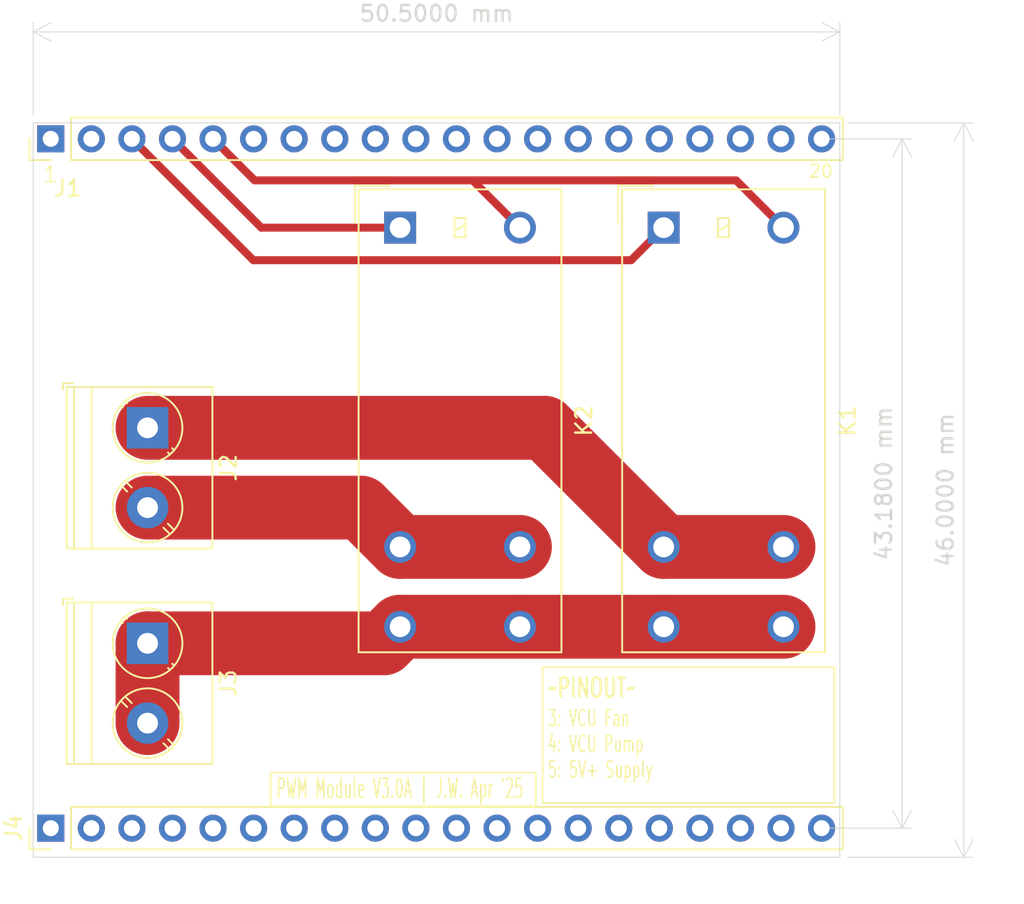
<source format=kicad_pcb>
(kicad_pcb (version 20240108) (generator "pcbnew") (generator_version "8.0")
  (layers (0 "F.Cu" signal) (31 "B.Cu" signal) (34 "B.Paste" user) (35 "F.Paste" user) (36 "B.SilkS" user "B.Silkscreen") (37 "F.SilkS" user "F.Silkscreen") (38 "B.Mask" user) (39 "F.Mask" user) (44 "Edge.Cuts" user))
  (net 0 "")
  (net 1 "Net-(J2-Pin_2)")
  (net 12 "Net-(J1-Pad4)")
  (net 15 "Net-(J2-Pin_1)")
  (net 21 "Net-(J1-Pad3)")
  (net 22 "Net-(J3-Pin_1)")
  (net 43 "Net-(J1-Pad5)")
  (footprint "Connector_PinHeader_2.54mm:PinHeader_1x20_P2.54mm_Vertical" (layer "F.Cu") (at 152.44 25.4 90)
    (property "Reference" "J1" (at -3.1 1.06 180) (layer "F.SilkS"))
    (property "Value" "PH1-20-UA")
    (fp_line (start -1.33 -1.33) (end 0 -1.33) (stroke (width 0.12)) (layer "F.SilkS"))
    (fp_line (start -1.33 0) (end -1.33 -1.33) (stroke (width 0.12)) (layer "F.SilkS"))
    (fp_line (start 1.33 1.27) (end 1.33 49.59) (stroke (width 0.12)) (layer "F.SilkS"))
    (fp_line (start -1.33 1.27) (end 1.33 1.27) (stroke (width 0.12)) (layer "F.SilkS"))
    (fp_line (start -1.33 1.27) (end -1.33 49.59) (stroke (width 0.12)) (layer "F.SilkS"))
    (fp_line (start -1.33 49.59) (end 1.33 49.59) (stroke (width 0.12)) (layer "F.SilkS"))
    (pad "1" thru_hole rect (at 0 0 90) (size 1.7 1.7) (drill 1) (layers "*.Cu" "*.Mask"))
    (pad "2" thru_hole oval (at 0 2.54 90) (size 1.7 1.7) (drill 1) (layers "*.Cu" "*.Mask"))
    (pad "3" thru_hole oval (at 0 5.08 90) (size 1.7 1.7) (drill 1) (layers "*.Cu" "*.Mask") (net 21 "Net-(J1-Pad3)"))
    (pad "4" thru_hole oval (at 0 7.62 90) (size 1.7 1.7) (drill 1) (layers "*.Cu" "*.Mask") (net 12 "Net-(J1-Pad4)"))
    (pad "5" thru_hole oval (at 0 10.16 90) (size 1.7 1.7) (drill 1) (layers "*.Cu" "*.Mask") (net 43 "Net-(J1-Pad5)"))
    (pad "6" thru_hole oval (at 0 12.7 90) (size 1.7 1.7) (drill 1) (layers "*.Cu" "*.Mask"))
    (pad "7" thru_hole oval (at 0 15.24 90) (size 1.7 1.7) (drill 1) (layers "*.Cu" "*.Mask"))
    (pad "8" thru_hole oval (at 0 17.78 90) (size 1.7 1.7) (drill 1) (layers "*.Cu" "*.Mask"))
    (pad "9" thru_hole oval (at 0 20.32 90) (size 1.7 1.7) (drill 1) (layers "*.Cu" "*.Mask"))
    (pad "10" thru_hole oval (at 0 22.86 90) (size 1.7 1.7) (drill 1) (layers "*.Cu" "*.Mask"))
    (pad "11" thru_hole oval (at 0 25.4 90) (size 1.7 1.7) (drill 1) (layers "*.Cu" "*.Mask"))
    (pad "12" thru_hole oval (at 0 27.94 90) (size 1.7 1.7) (drill 1) (layers "*.Cu" "*.Mask"))
    (pad "13" thru_hole oval (at 0 30.48 90) (size 1.7 1.7) (drill 1) (layers "*.Cu" "*.Mask"))
    (pad "14" thru_hole oval (at 0 33.02 90) (size 1.7 1.7) (drill 1) (layers "*.Cu" "*.Mask"))
    (pad "15" thru_hole oval (at 0 35.56 90) (size 1.7 1.7) (drill 1) (layers "*.Cu" "*.Mask"))
    (pad "16" thru_hole oval (at 0 38.1 90) (size 1.7 1.7) (drill 1) (layers "*.Cu" "*.Mask"))
    (pad "17" thru_hole oval (at 0 40.64 90) (size 1.7 1.7) (drill 1) (layers "*.Cu" "*.Mask"))
    (pad "18" thru_hole oval (at 0 43.18 90) (size 1.7 1.7) (drill 1) (layers "*.Cu" "*.Mask"))
    (pad "19" thru_hole oval (at 0 45.72 90) (size 1.7 1.7) (drill 1) (layers "*.Cu" "*.Mask"))
    (pad "20" thru_hole oval (at 0 48.26 90) (size 1.7 1.7) (drill 1) (layers "*.Cu" "*.Mask"))
  )
  (footprint "TerminalBlock_Phoenix:TerminalBlock_Phoenix_PT-1,5-2-5.0-H_1x02_P5.00mm_Horizontal" (layer "F.Cu") (at 158.5 57 -90)
    (property "Reference" "J3" (at 2.5 -5.06 90) (layer "F.SilkS"))
    (property "Value" "Conn_01x02_Pin")
    (fp_line (start -2.8 5.3) (end -2.4 5.3) (stroke (width 0.12)) (layer "F.SilkS"))
    (fp_line (start -2.56 5.06) (end 7.56 5.06) (stroke (width 0.12)) (layer "F.SilkS"))
    (fp_line (start -2.8 4.66) (end -2.8 5.3) (stroke (width 0.12)) (layer "F.SilkS"))
    (fp_line (start -2.56 4.6) (end 7.56 4.6) (stroke (width 0.12)) (layer "F.SilkS"))
    (fp_line (start -2.56 3.5) (end 7.56 3.5) (stroke (width 0.12)) (layer "F.SilkS"))
    (fp_line (start -1.282 1.547) (end -1.388 1.654) (stroke (width 0.12)) (layer "F.SilkS"))
    (fp_line (start -1.548 1.281) (end -1.654 1.388) (stroke (width 0.12)) (layer "F.SilkS"))
    (fp_line (start 3.993 1.274) (end 3.613 1.654) (stroke (width 0.12)) (layer "F.SilkS"))
    (fp_line (start 3.742 0.992) (end 3.347 1.388) (stroke (width 0.12)) (layer "F.SilkS"))
    (fp_line (start 1.654 -1.388) (end 1.547 -1.281) (stroke (width 0.12)) (layer "F.SilkS"))
    (fp_line (start 6.654 -1.388) (end 6.259 -0.992) (stroke (width 0.12)) (layer "F.SilkS"))
    (fp_line (start 1.388 -1.654) (end 1.281 -1.547) (stroke (width 0.12)) (layer "F.SilkS"))
    (fp_line (start 6.388 -1.654) (end 6.008 -1.274) (stroke (width 0.12)) (layer "F.SilkS"))
    (fp_line (start -2.56 -4.06) (end -2.56 5.06) (stroke (width 0.12)) (layer "F.SilkS"))
    (fp_line (start -2.56 -4.06) (end 7.56 -4.06) (stroke (width 0.12)) (layer "F.SilkS"))
    (fp_line (start 7.56 -4.06) (end 7.56 5.06) (stroke (width 0.12)) (layer "F.SilkS"))
    (fp_circle (center 0 0) (end 2.18 0) (stroke (width 0.12)) (fill none) (layer "F.SilkS"))
    (fp_circle (center 5 0) (end 7.18 0) (stroke (width 0.12)) (fill none) (layer "F.SilkS"))
    (pad "1" thru_hole rect (at 0 0 270) (size 2.6 2.6) (drill 1.3) (layers "*.Cu" "*.Mask") (net 22 "Net-(J3-Pin_1)"))
    (pad "2" thru_hole circle (at 5 0 270) (size 2.6 2.6) (drill 1.3) (layers "*.Cu" "*.Mask") (net 22 "Net-(J3-Pin_1)"))
  )
  (footprint "Relay_THT:Relay_SPST_Omron_G2RL-1A-E" (layer "F.Cu") (at 174.3125 30.9625)
    (property "Reference" "K2" (at 11.5 12.1 90) (layer "F.SilkS"))
    (property "Value" "G2RL-1A-E")
    (fp_line (start -2.84 -2.64) (end -0.65 -2.64) (stroke (width 0.12)) (layer "F.SilkS"))
    (fp_line (start -2.84 -0.3) (end -2.84 -2.64) (stroke (width 0.12)) (layer "F.SilkS"))
    (fp_line (start -2.6 -2.4) (end -2.6 26.6) (stroke (width 0.12)) (layer "F.SilkS"))
    (fp_line (start -2.6 26.6) (end 10.1 26.6) (stroke (width 0.12)) (layer "F.SilkS"))
    (fp_line (start 3.4 -0.6) (end 3.4 0.6) (stroke (width 0.12)) (layer "F.SilkS"))
    (fp_line (start 3.4 0.2) (end 4.1 -0.2) (stroke (width 0.12)) (layer "F.SilkS"))
    (fp_line (start 3.4 0.6) (end 4.1 0.6) (stroke (width 0.12)) (layer "F.SilkS"))
    (fp_line (start 4.1 -0.6) (end 3.4 -0.6) (stroke (width 0.12)) (layer "F.SilkS"))
    (fp_line (start 4.1 0.6) (end 4.1 -0.6) (stroke (width 0.12)) (layer "F.SilkS"))
    (fp_line (start 10.1 -2.4) (end -2.6 -2.4) (stroke (width 0.12)) (layer "F.SilkS"))
    (fp_line (start 10.1 26.6) (end 10.1 -2.4) (stroke (width 0.12)) (layer "F.SilkS"))
    (pad "13" thru_hole circle (at 0 20) (size 2 2) (drill 1.3) (layers "*.Cu" "*.Mask") (net 1 "Net-(J2-Pin_2)"))
    (pad "13" thru_hole circle (at 7.5 20) (size 2 2) (drill 1.3) (layers "*.Cu" "*.Mask") (net 1 "Net-(J2-Pin_2)"))
    (pad "14" thru_hole circle (at 0 25) (size 2 2) (drill 1.3) (layers "*.Cu" "*.Mask") (net 22 "Net-(J3-Pin_1)"))
    (pad "14" thru_hole circle (at 7.5 25) (size 2 2) (drill 1.3) (layers "*.Cu" "*.Mask") (net 22 "Net-(J3-Pin_1)"))
    (pad "A1" thru_hole rect (at 0 0) (size 2 2) (drill 1.3) (layers "*.Cu" "*.Mask") (net 12 "Net-(J1-Pad4)"))
    (pad "A2" thru_hole circle (at 7.5 0) (size 2 2) (drill 1.3) (layers "*.Cu" "*.Mask") (net 43 "Net-(J1-Pad5)"))
  )
  (footprint "Connector_PinHeader_2.54mm:PinHeader_1x20_P2.54mm_Vertical" (layer "F.Cu") (at 152.44 68.58 90)
    (property "Reference" "J4" (at 0 -2.33 90) (layer "F.SilkS"))
    (property "Value" "PH1-20-UA")
    (fp_line (start -1.33 -1.33) (end 0 -1.33) (stroke (width 0.12)) (layer "F.SilkS"))
    (fp_line (start -1.33 0) (end -1.33 -1.33) (stroke (width 0.12)) (layer "F.SilkS"))
    (fp_line (start 1.33 1.27) (end 1.33 49.59) (stroke (width 0.12)) (layer "F.SilkS"))
    (fp_line (start -1.33 1.27) (end 1.33 1.27) (stroke (width 0.12)) (layer "F.SilkS"))
    (fp_line (start -1.33 1.27) (end -1.33 49.59) (stroke (width 0.12)) (layer "F.SilkS"))
    (fp_line (start -1.33 49.59) (end 1.33 49.59) (stroke (width 0.12)) (layer "F.SilkS"))
    (pad "1" thru_hole rect (at 0 0 90) (size 1.7 1.7) (drill 1) (layers "*.Cu" "*.Mask"))
    (pad "2" thru_hole oval (at 0 2.54 90) (size 1.7 1.7) (drill 1) (layers "*.Cu" "*.Mask"))
    (pad "3" thru_hole oval (at 0 5.08 90) (size 1.7 1.7) (drill 1) (layers "*.Cu" "*.Mask"))
    (pad "4" thru_hole oval (at 0 7.62 90) (size 1.7 1.7) (drill 1) (layers "*.Cu" "*.Mask"))
    (pad "5" thru_hole oval (at 0 10.16 90) (size 1.7 1.7) (drill 1) (layers "*.Cu" "*.Mask"))
    (pad "6" thru_hole oval (at 0 12.7 90) (size 1.7 1.7) (drill 1) (layers "*.Cu" "*.Mask"))
    (pad "7" thru_hole oval (at 0 15.24 90) (size 1.7 1.7) (drill 1) (layers "*.Cu" "*.Mask"))
    (pad "8" thru_hole oval (at 0 17.78 90) (size 1.7 1.7) (drill 1) (layers "*.Cu" "*.Mask"))
    (pad "9" thru_hole oval (at 0 20.32 90) (size 1.7 1.7) (drill 1) (layers "*.Cu" "*.Mask"))
    (pad "10" thru_hole oval (at 0 22.86 90) (size 1.7 1.7) (drill 1) (layers "*.Cu" "*.Mask"))
    (pad "11" thru_hole oval (at 0 25.4 90) (size 1.7 1.7) (drill 1) (layers "*.Cu" "*.Mask"))
    (pad "12" thru_hole oval (at 0 27.94 90) (size 1.7 1.7) (drill 1) (layers "*.Cu" "*.Mask"))
    (pad "13" thru_hole oval (at 0 30.48 90) (size 1.7 1.7) (drill 1) (layers "*.Cu" "*.Mask"))
    (pad "14" thru_hole oval (at 0 33.02 90) (size 1.7 1.7) (drill 1) (layers "*.Cu" "*.Mask"))
    (pad "15" thru_hole oval (at 0 35.56 90) (size 1.7 1.7) (drill 1) (layers "*.Cu" "*.Mask"))
    (pad "16" thru_hole oval (at 0 38.1 90) (size 1.7 1.7) (drill 1) (layers "*.Cu" "*.Mask"))
    (pad "17" thru_hole oval (at 0 40.64 90) (size 1.7 1.7) (drill 1) (layers "*.Cu" "*.Mask"))
    (pad "18" thru_hole oval (at 0 43.18 90) (size 1.7 1.7) (drill 1) (layers "*.Cu" "*.Mask"))
    (pad "19" thru_hole oval (at 0 45.72 90) (size 1.7 1.7) (drill 1) (layers "*.Cu" "*.Mask"))
    (pad "20" thru_hole oval (at 0 48.26 90) (size 1.7 1.7) (drill 1) (layers "*.Cu" "*.Mask"))
  )
  (footprint "Relay_THT:Relay_SPST_Omron_G2RL-1A-E" (layer "F.Cu") (at 190.8125 30.9625)
    (property "Reference" "K1" (at 11.5 12.1 90) (layer "F.SilkS"))
    (property "Value" "G2RL-1A-E")
    (fp_line (start -2.84 -2.64) (end -0.65 -2.64) (stroke (width 0.12)) (layer "F.SilkS"))
    (fp_line (start -2.84 -0.3) (end -2.84 -2.64) (stroke (width 0.12)) (layer "F.SilkS"))
    (fp_line (start -2.6 -2.4) (end -2.6 26.6) (stroke (width 0.12)) (layer "F.SilkS"))
    (fp_line (start -2.6 26.6) (end 10.1 26.6) (stroke (width 0.12)) (layer "F.SilkS"))
    (fp_line (start 3.4 -0.6) (end 3.4 0.6) (stroke (width 0.12)) (layer "F.SilkS"))
    (fp_line (start 3.4 0.2) (end 4.1 -0.2) (stroke (width 0.12)) (layer "F.SilkS"))
    (fp_line (start 3.4 0.6) (end 4.1 0.6) (stroke (width 0.12)) (layer "F.SilkS"))
    (fp_line (start 4.1 -0.6) (end 3.4 -0.6) (stroke (width 0.12)) (layer "F.SilkS"))
    (fp_line (start 4.1 0.6) (end 4.1 -0.6) (stroke (width 0.12)) (layer "F.SilkS"))
    (fp_line (start 10.1 -2.4) (end -2.6 -2.4) (stroke (width 0.12)) (layer "F.SilkS"))
    (fp_line (start 10.1 26.6) (end 10.1 -2.4) (stroke (width 0.12)) (layer "F.SilkS"))
    (pad "13" thru_hole circle (at 0 20) (size 2 2) (drill 1.3) (layers "*.Cu" "*.Mask") (net 15 "Net-(J2-Pin_1)"))
    (pad "13" thru_hole circle (at 7.5 20) (size 2 2) (drill 1.3) (layers "*.Cu" "*.Mask") (net 15 "Net-(J2-Pin_1)"))
    (pad "14" thru_hole circle (at 0 25) (size 2 2) (drill 1.3) (layers "*.Cu" "*.Mask") (net 22 "Net-(J3-Pin_1)"))
    (pad "14" thru_hole circle (at 7.5 25) (size 2 2) (drill 1.3) (layers "*.Cu" "*.Mask") (net 22 "Net-(J3-Pin_1)"))
    (pad "A1" thru_hole rect (at 0 0) (size 2 2) (drill 1.3) (layers "*.Cu" "*.Mask") (net 21 "Net-(J1-Pad3)"))
    (pad "A2" thru_hole circle (at 7.5 0) (size 2 2) (drill 1.3) (layers "*.Cu" "*.Mask") (net 43 "Net-(J1-Pad5)"))
  )
  (footprint "TerminalBlock_Phoenix:TerminalBlock_Phoenix_PT-1,5-2-5.0-H_1x02_P5.00mm_Horizontal" (layer "F.Cu") (at 158.5 43.5 -90)
    (property "Reference" "J2" (at 2.5 -5.06 90) (layer "F.SilkS"))
    (property "Value" "Conn_01x02_Pin")
    (fp_line (start -2.8 5.3) (end -2.4 5.3) (stroke (width 0.12)) (layer "F.SilkS"))
    (fp_line (start -2.56 5.06) (end 7.56 5.06) (stroke (width 0.12)) (layer "F.SilkS"))
    (fp_line (start -2.8 4.66) (end -2.8 5.3) (stroke (width 0.12)) (layer "F.SilkS"))
    (fp_line (start -2.56 4.6) (end 7.56 4.6) (stroke (width 0.12)) (layer "F.SilkS"))
    (fp_line (start -2.56 3.5) (end 7.56 3.5) (stroke (width 0.12)) (layer "F.SilkS"))
    (fp_line (start -1.282 1.547) (end -1.388 1.654) (stroke (width 0.12)) (layer "F.SilkS"))
    (fp_line (start -1.548 1.281) (end -1.654 1.388) (stroke (width 0.12)) (layer "F.SilkS"))
    (fp_line (start 3.993 1.274) (end 3.613 1.654) (stroke (width 0.12)) (layer "F.SilkS"))
    (fp_line (start 3.742 0.992) (end 3.347 1.388) (stroke (width 0.12)) (layer "F.SilkS"))
    (fp_line (start 1.654 -1.388) (end 1.547 -1.281) (stroke (width 0.12)) (layer "F.SilkS"))
    (fp_line (start 6.654 -1.388) (end 6.259 -0.992) (stroke (width 0.12)) (layer "F.SilkS"))
    (fp_line (start 1.388 -1.654) (end 1.281 -1.547) (stroke (width 0.12)) (layer "F.SilkS"))
    (fp_line (start 6.388 -1.654) (end 6.008 -1.274) (stroke (width 0.12)) (layer "F.SilkS"))
    (fp_line (start -2.56 -4.06) (end -2.56 5.06) (stroke (width 0.12)) (layer "F.SilkS"))
    (fp_line (start -2.56 -4.06) (end 7.56 -4.06) (stroke (width 0.12)) (layer "F.SilkS"))
    (fp_line (start 7.56 -4.06) (end 7.56 5.06) (stroke (width 0.12)) (layer "F.SilkS"))
    (fp_circle (center 0 0) (end 2.18 0) (stroke (width 0.12)) (fill none) (layer "F.SilkS"))
    (fp_circle (center 5 0) (end 7.18 0) (stroke (width 0.12)) (fill none) (layer "F.SilkS"))
    (pad "1" thru_hole rect (at 0 0 270) (size 2.6 2.6) (drill 1.3) (layers "*.Cu" "*.Mask") (net 15 "Net-(J2-Pin_1)"))
    (pad "2" thru_hole circle (at 5 0 270) (size 2.6 2.6) (drill 1.3) (layers "*.Cu" "*.Mask") (net 1 "Net-(J2-Pin_2)"))
  )
  (gr_rect (start 183.231191 58.5) (end 201.5 67) (stroke (width 0.1)) (fill none) (layer "F.SilkS"))
  (gr_rect (start 166.2 65.1) (end 182.8 67.2) (stroke (width 0.1)) (fill none) (layer "F.SilkS"))
  (gr_rect (start 151.34 24.4) (end 201.84 70.4) (stroke (width 0.05)) (fill none) (layer "Edge.Cuts"))
  (gr_text "~PINOUT~" (at 183.5 60.5 0) (layer "F.SilkS") (effects (font (size 1.2 0.8) (thickness 0.15) (bold yes)) (justify left bottom)))
  (gr_text "3: VCU Fan       \n4: VCU Pump\n5: 5V+ Supply" (at 183.5 65.5 0) (layer "F.SilkS") (effects (font (size 1 0.6) (thickness 0.1)) (justify left bottom)))
  (gr_text "1" (at 151.87381 28.2 0) (layer "F.SilkS") (effects (font (size 1 1) (thickness 0.1)) (justify left bottom)))
  (gr_text "PWM Module V3.0A | J.W. Apr '25" (at 166.5 66.8 0) (layer "F.SilkS") (effects (font (size 1.2 0.6) (thickness 0.1)) (justify left bottom)))
  (gr_text "20\n" (at 199.828095 27.9 0) (layer "F.SilkS") (effects (font (size 0.8 0.8) (thickness 0.1)) (justify left bottom)))
  (dimension (type aligned) (layer "Edge.Cuts") (pts (xy 201.84 70.4) (xy 201.84 24.4)) (height 7.76) (gr_text "46.0000 mm" (at 208.45 47.4 90) (layer "Edge.Cuts") (effects (font (size 1 1) (thickness 0.15)))) (format (prefix "") (suffix "") (units 3) (units_format 1) (precision 4)) (style (thickness 0.05) (arrow_length 1.27) (text_position_mode 0) (extension_height 0.58642) (extension_offset 0.5) keep_text_aligned))
  (dimension (type aligned) (layer "Edge.Cuts") (pts (xy 201.84 24.4) (xy 151.34 24.4)) (height 5.699999) (gr_text "50.5000 mm" (at 176.59 17.550001 0) (layer "Edge.Cuts") (effects (font (size 1 1) (thickness 0.15)))) (format (prefix "") (suffix "") (units 3) (units_format 1) (precision 4)) (style (thickness 0.05) (arrow_length 1.27) (text_position_mode 0) (extension_height 0.58642) (extension_offset 0.5) keep_text_aligned))
  (dimension (type aligned) (layer "Edge.Cuts") (pts (xy 200.66 68.58) (xy 200.66 25.4)) (height 5.08) (gr_text "43.1800 mm" (at 204.59 46.99 90) (layer "Edge.Cuts") (effects (font (size 1 1) (thickness 0.15)))) (format (prefix "") (suffix "") (units 3) (units_format 1) (precision 4)) (style (thickness 0.05) (arrow_length 1.27) (text_position_mode 0) (extension_height 0.58642) (extension_offset 0.5) keep_text_aligned))
  (segment (start 158.5 48.5) (end 171.85 48.5) (width 4) (layer "F.Cu") (net 1))
  (segment (start 174.3125 50.9625) (end 181.8125 50.9625) (width 4) (layer "F.Cu") (net 1))
  (segment (start 171.85 48.5) (end 174.3125 50.9625) (width 4) (layer "F.Cu") (net 1))
  (segment (start 165.6225 30.9625) (end 160.06 25.4) (width 0.5) (layer "F.Cu") (net 12))
  (segment (start 174.3125 30.9625) (end 165.6225 30.9625) (width 0.5) (layer "F.Cu") (net 12))
  (segment (start 183.35 43.5) (end 190.8125 50.9625) (width 4) (layer "F.Cu") (net 15))
  (segment (start 158.5 43.5) (end 183.35 43.5) (width 4) (layer "F.Cu") (net 15))
  (segment (start 190.8125 50.9625) (end 198.3125 50.9625) (width 4) (layer "F.Cu") (net 15))
  (segment (start 188.775 33) (end 190.8125 30.9625) (width 0.5) (layer "F.Cu") (net 21))
  (segment (start 157.52 25.4) (end 165.12 33) (width 0.5) (layer "F.Cu") (net 21))
  (segment (start 165.12 33) (end 188.775 33) (width 0.5) (layer "F.Cu") (net 21))
  (segment (start 181.8125 55.9625) (end 190.8125 55.9625) (width 4) (layer "F.Cu") (net 22))
  (segment (start 173.275 57) (end 174.3125 55.9625) (width 4) (layer "F.Cu") (net 22))
  (segment (start 174.3125 55.9625) (end 181.8125 55.9625) (width 4) (layer "F.Cu") (net 22))
  (segment (start 190.8125 55.9625) (end 198.3125 55.9625) (width 4) (layer "F.Cu") (net 22))
  (segment (start 158.5 57) (end 173.275 57) (width 4) (layer "F.Cu") (net 22))
  (segment (start 158.5 62) (end 158.5 57) (width 4) (layer "F.Cu") (net 22))
  (segment (start 162.6 25.4) (end 165.2 28) (width 0.5) (layer "F.Cu") (net 43))
  (segment (start 195.35 28) (end 198.3125 30.9625) (width 0.5) (layer "F.Cu") (net 43))
  (segment (start 178.85 28) (end 195.35 28) (width 0.5) (layer "F.Cu") (net 43))
  (segment (start 178.85 28) (end 181.8125 30.9625) (width 0.5) (layer "F.Cu") (net 43))
  (segment (start 165.2 28) (end 178.85 28) (width 0.5) (layer "F.Cu") (net 43))
)
</source>
